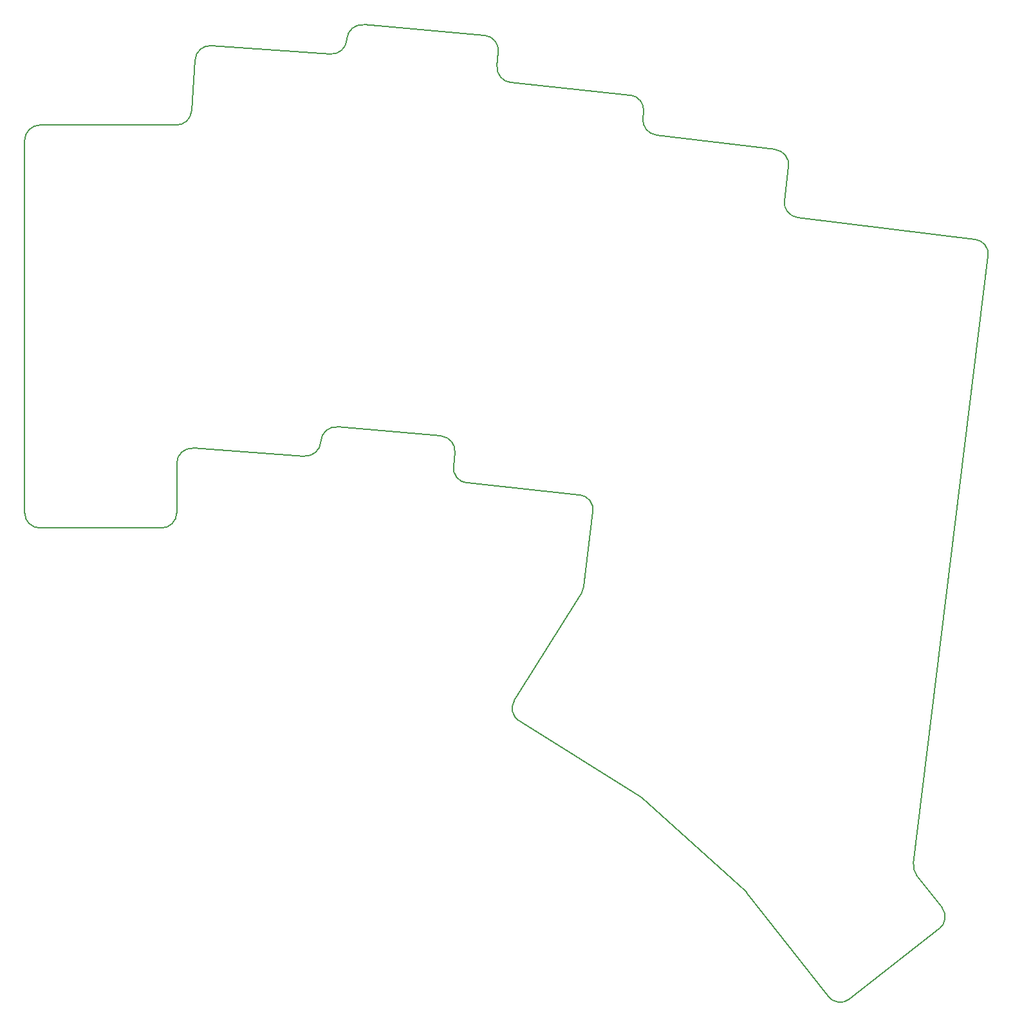
<source format=gbr>
%TF.GenerationSoftware,KiCad,Pcbnew,(6.0.10)*%
%TF.CreationDate,2022-12-29T01:24:59+02:00*%
%TF.ProjectId,fudim,66756469-6d2e-46b6-9963-61645f706362,v1.0.0*%
%TF.SameCoordinates,Original*%
%TF.FileFunction,Profile,NP*%
%FSLAX46Y46*%
G04 Gerber Fmt 4.6, Leading zero omitted, Abs format (unit mm)*
G04 Created by KiCad (PCBNEW (6.0.10)) date 2022-12-29 01:24:59*
%MOMM*%
%LPD*%
G01*
G04 APERTURE LIST*
%TA.AperFunction,Profile*%
%ADD10C,0.150000*%
%TD*%
G04 APERTURE END LIST*
D10*
X73073352Y-34911035D02*
X89186266Y-44960000D01*
X70311653Y53135406D02*
X70148595Y51271641D01*
X30139513Y991497D02*
X44817826Y-34910D01*
X49130307Y3793722D02*
X62780668Y2599470D01*
X32553894Y53952087D02*
G75*
G03*
X30419253Y52096473I-139514J-1995127D01*
G01*
X89329608Y44393019D02*
G75*
G03*
X91074931Y42198867I1989092J-209019D01*
G01*
X72437052Y-32155073D02*
G75*
G03*
X73073352Y-34911035I1696148J-1059827D01*
G01*
X26000000Y-9500000D02*
G75*
G03*
X28000000Y-7500000I0J2000000D01*
G01*
X133011597Y28485859D02*
X109686762Y31349789D01*
X29948227Y45360487D02*
X30419253Y52096473D01*
X50370054Y54676154D02*
X50387759Y54878521D01*
X64408325Y-1381874D02*
X64595400Y398023D01*
X71931927Y49108286D02*
X87640671Y47457231D01*
X66188312Y-3579974D02*
X80991486Y-5135851D01*
X113693880Y-71121407D02*
G75*
G03*
X116501250Y-71466086I1576020J1231307D01*
G01*
X81560201Y-17201469D02*
X82767522Y-7368633D01*
X64408319Y-1381873D02*
G75*
G03*
X66188312Y-3579975I1989081J-209027D01*
G01*
X48238157Y52855406D02*
G75*
G03*
X50370054Y54676155I139543J1995094D01*
G01*
X8000000Y-7500000D02*
X8000000Y41500000D01*
X72437095Y-32155100D02*
X81271205Y-18017568D01*
X128321373Y-62231116D02*
G75*
G03*
X128666110Y-59423819I-1231273J1576016D01*
G01*
X10000000Y43500000D02*
G75*
G03*
X8000000Y41500000I0J-2000000D01*
G01*
X64595418Y398021D02*
G75*
G03*
X62780667Y2599470I-1989018J209079D01*
G01*
X89420632Y45259133D02*
G75*
G03*
X87640671Y47457231I-1989032J209067D01*
G01*
X70148642Y51271637D02*
G75*
G03*
X71931927Y49108287I1992358J-174337D01*
G01*
X28000000Y-7500000D02*
X28000000Y-1003631D01*
X89420658Y45259130D02*
X89329626Y44393017D01*
X46960868Y1940845D02*
X46952467Y1820705D01*
X124935712Y-53697691D02*
G75*
G03*
X125344815Y-55172756I1985088J-243709D01*
G01*
X82767502Y-7368631D02*
G75*
G03*
X80991486Y-5135850I-1985102J243731D01*
G01*
X49130305Y3793697D02*
G75*
G03*
X46960867Y1940845I-174305J-1992397D01*
G01*
X107945388Y33578623D02*
G75*
G03*
X109686762Y31349789I1985112J-243723D01*
G01*
X10000000Y-9500000D02*
X26000000Y-9500000D01*
X44817822Y-34969D02*
G75*
G03*
X46952467Y1820705I139478J1995169D01*
G01*
X103006226Y-57441783D02*
G75*
G03*
X102768467Y-57186816I-1576026J-1231317D01*
G01*
X32553894Y53952088D02*
X48238152Y52855338D01*
X30139513Y991498D02*
G75*
G03*
X28000000Y-1003631I-139513J-1995128D01*
G01*
X10000000Y43500000D02*
X27953099Y43500000D01*
X116501250Y-71466086D02*
X128321411Y-62231164D01*
X52554460Y56696599D02*
X68493575Y55302107D01*
X108493821Y38045078D02*
X107945409Y33578620D01*
X89195125Y-44965324D02*
X102768467Y-57186816D01*
X52554455Y56696538D02*
G75*
G03*
X50387759Y54878520I-174355J-1992338D01*
G01*
X8000000Y-7500000D02*
G75*
G03*
X10000000Y-9500000I2000000J0D01*
G01*
X91074931Y42198868D02*
X106752467Y40273908D01*
X81271195Y-18017563D02*
G75*
G03*
X81560201Y-17201469I-1696095J1059863D01*
G01*
X27953099Y43500001D02*
G75*
G03*
X29948227Y45360487I1J1999999D01*
G01*
X108493815Y38045079D02*
G75*
G03*
X106752466Y40273909I-1985115J243721D01*
G01*
X125344816Y-55172757D02*
X128666110Y-59423819D01*
X124935745Y-53697695D02*
X134752950Y26257028D01*
X134752950Y26257028D02*
G75*
G03*
X133011597Y28485859I-1985050J243772D01*
G01*
X103006227Y-57441783D02*
X113693905Y-71121387D01*
X70311704Y53135402D02*
G75*
G03*
X68493575Y55302106I-1992404J174298D01*
G01*
M02*

</source>
